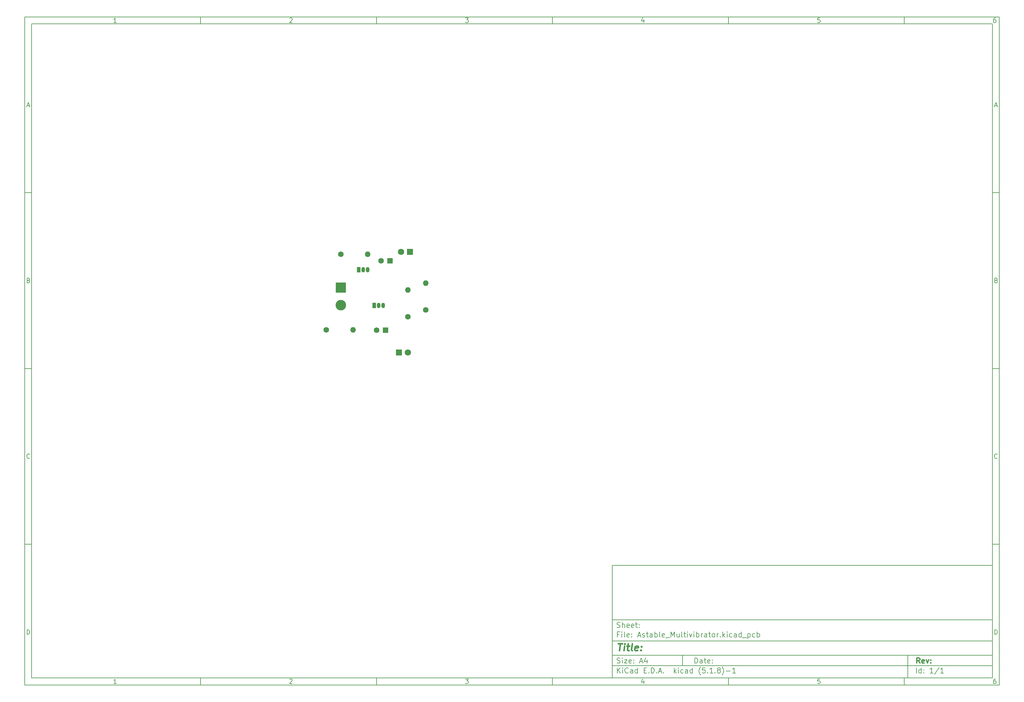
<source format=gtl>
%TF.GenerationSoftware,KiCad,Pcbnew,(5.1.8)-1*%
%TF.CreationDate,2021-07-18T16:23:34-07:00*%
%TF.ProjectId,Astable_Multivibrator,41737461-626c-4655-9f4d-756c74697669,rev?*%
%TF.SameCoordinates,Original*%
%TF.FileFunction,Copper,L1,Top*%
%TF.FilePolarity,Positive*%
%FSLAX46Y46*%
G04 Gerber Fmt 4.6, Leading zero omitted, Abs format (unit mm)*
G04 Created by KiCad (PCBNEW (5.1.8)-1) date 2021-07-18 16:23:34*
%MOMM*%
%LPD*%
G01*
G04 APERTURE LIST*
%ADD10C,0.100000*%
%ADD11C,0.150000*%
%ADD12C,0.300000*%
%ADD13C,0.400000*%
%TA.AperFunction,ComponentPad*%
%ADD14C,1.800000*%
%TD*%
%TA.AperFunction,ComponentPad*%
%ADD15R,1.800000X1.800000*%
%TD*%
%TA.AperFunction,ComponentPad*%
%ADD16R,1.600000X1.600000*%
%TD*%
%TA.AperFunction,ComponentPad*%
%ADD17C,1.600000*%
%TD*%
%TA.AperFunction,ComponentPad*%
%ADD18R,3.000000X3.000000*%
%TD*%
%TA.AperFunction,ComponentPad*%
%ADD19C,3.000000*%
%TD*%
%TA.AperFunction,ComponentPad*%
%ADD20O,1.050000X1.500000*%
%TD*%
%TA.AperFunction,ComponentPad*%
%ADD21R,1.050000X1.500000*%
%TD*%
%TA.AperFunction,ComponentPad*%
%ADD22O,1.600000X1.600000*%
%TD*%
G04 APERTURE END LIST*
D10*
D11*
X177002200Y-166007200D02*
X177002200Y-198007200D01*
X285002200Y-198007200D01*
X285002200Y-166007200D01*
X177002200Y-166007200D01*
D10*
D11*
X10000000Y-10000000D02*
X10000000Y-200007200D01*
X287002200Y-200007200D01*
X287002200Y-10000000D01*
X10000000Y-10000000D01*
D10*
D11*
X12000000Y-12000000D02*
X12000000Y-198007200D01*
X285002200Y-198007200D01*
X285002200Y-12000000D01*
X12000000Y-12000000D01*
D10*
D11*
X60000000Y-12000000D02*
X60000000Y-10000000D01*
D10*
D11*
X110000000Y-12000000D02*
X110000000Y-10000000D01*
D10*
D11*
X160000000Y-12000000D02*
X160000000Y-10000000D01*
D10*
D11*
X210000000Y-12000000D02*
X210000000Y-10000000D01*
D10*
D11*
X260000000Y-12000000D02*
X260000000Y-10000000D01*
D10*
D11*
X36065476Y-11588095D02*
X35322619Y-11588095D01*
X35694047Y-11588095D02*
X35694047Y-10288095D01*
X35570238Y-10473809D01*
X35446428Y-10597619D01*
X35322619Y-10659523D01*
D10*
D11*
X85322619Y-10411904D02*
X85384523Y-10350000D01*
X85508333Y-10288095D01*
X85817857Y-10288095D01*
X85941666Y-10350000D01*
X86003571Y-10411904D01*
X86065476Y-10535714D01*
X86065476Y-10659523D01*
X86003571Y-10845238D01*
X85260714Y-11588095D01*
X86065476Y-11588095D01*
D10*
D11*
X135260714Y-10288095D02*
X136065476Y-10288095D01*
X135632142Y-10783333D01*
X135817857Y-10783333D01*
X135941666Y-10845238D01*
X136003571Y-10907142D01*
X136065476Y-11030952D01*
X136065476Y-11340476D01*
X136003571Y-11464285D01*
X135941666Y-11526190D01*
X135817857Y-11588095D01*
X135446428Y-11588095D01*
X135322619Y-11526190D01*
X135260714Y-11464285D01*
D10*
D11*
X185941666Y-10721428D02*
X185941666Y-11588095D01*
X185632142Y-10226190D02*
X185322619Y-11154761D01*
X186127380Y-11154761D01*
D10*
D11*
X236003571Y-10288095D02*
X235384523Y-10288095D01*
X235322619Y-10907142D01*
X235384523Y-10845238D01*
X235508333Y-10783333D01*
X235817857Y-10783333D01*
X235941666Y-10845238D01*
X236003571Y-10907142D01*
X236065476Y-11030952D01*
X236065476Y-11340476D01*
X236003571Y-11464285D01*
X235941666Y-11526190D01*
X235817857Y-11588095D01*
X235508333Y-11588095D01*
X235384523Y-11526190D01*
X235322619Y-11464285D01*
D10*
D11*
X285941666Y-10288095D02*
X285694047Y-10288095D01*
X285570238Y-10350000D01*
X285508333Y-10411904D01*
X285384523Y-10597619D01*
X285322619Y-10845238D01*
X285322619Y-11340476D01*
X285384523Y-11464285D01*
X285446428Y-11526190D01*
X285570238Y-11588095D01*
X285817857Y-11588095D01*
X285941666Y-11526190D01*
X286003571Y-11464285D01*
X286065476Y-11340476D01*
X286065476Y-11030952D01*
X286003571Y-10907142D01*
X285941666Y-10845238D01*
X285817857Y-10783333D01*
X285570238Y-10783333D01*
X285446428Y-10845238D01*
X285384523Y-10907142D01*
X285322619Y-11030952D01*
D10*
D11*
X60000000Y-198007200D02*
X60000000Y-200007200D01*
D10*
D11*
X110000000Y-198007200D02*
X110000000Y-200007200D01*
D10*
D11*
X160000000Y-198007200D02*
X160000000Y-200007200D01*
D10*
D11*
X210000000Y-198007200D02*
X210000000Y-200007200D01*
D10*
D11*
X260000000Y-198007200D02*
X260000000Y-200007200D01*
D10*
D11*
X36065476Y-199595295D02*
X35322619Y-199595295D01*
X35694047Y-199595295D02*
X35694047Y-198295295D01*
X35570238Y-198481009D01*
X35446428Y-198604819D01*
X35322619Y-198666723D01*
D10*
D11*
X85322619Y-198419104D02*
X85384523Y-198357200D01*
X85508333Y-198295295D01*
X85817857Y-198295295D01*
X85941666Y-198357200D01*
X86003571Y-198419104D01*
X86065476Y-198542914D01*
X86065476Y-198666723D01*
X86003571Y-198852438D01*
X85260714Y-199595295D01*
X86065476Y-199595295D01*
D10*
D11*
X135260714Y-198295295D02*
X136065476Y-198295295D01*
X135632142Y-198790533D01*
X135817857Y-198790533D01*
X135941666Y-198852438D01*
X136003571Y-198914342D01*
X136065476Y-199038152D01*
X136065476Y-199347676D01*
X136003571Y-199471485D01*
X135941666Y-199533390D01*
X135817857Y-199595295D01*
X135446428Y-199595295D01*
X135322619Y-199533390D01*
X135260714Y-199471485D01*
D10*
D11*
X185941666Y-198728628D02*
X185941666Y-199595295D01*
X185632142Y-198233390D02*
X185322619Y-199161961D01*
X186127380Y-199161961D01*
D10*
D11*
X236003571Y-198295295D02*
X235384523Y-198295295D01*
X235322619Y-198914342D01*
X235384523Y-198852438D01*
X235508333Y-198790533D01*
X235817857Y-198790533D01*
X235941666Y-198852438D01*
X236003571Y-198914342D01*
X236065476Y-199038152D01*
X236065476Y-199347676D01*
X236003571Y-199471485D01*
X235941666Y-199533390D01*
X235817857Y-199595295D01*
X235508333Y-199595295D01*
X235384523Y-199533390D01*
X235322619Y-199471485D01*
D10*
D11*
X285941666Y-198295295D02*
X285694047Y-198295295D01*
X285570238Y-198357200D01*
X285508333Y-198419104D01*
X285384523Y-198604819D01*
X285322619Y-198852438D01*
X285322619Y-199347676D01*
X285384523Y-199471485D01*
X285446428Y-199533390D01*
X285570238Y-199595295D01*
X285817857Y-199595295D01*
X285941666Y-199533390D01*
X286003571Y-199471485D01*
X286065476Y-199347676D01*
X286065476Y-199038152D01*
X286003571Y-198914342D01*
X285941666Y-198852438D01*
X285817857Y-198790533D01*
X285570238Y-198790533D01*
X285446428Y-198852438D01*
X285384523Y-198914342D01*
X285322619Y-199038152D01*
D10*
D11*
X10000000Y-60000000D02*
X12000000Y-60000000D01*
D10*
D11*
X10000000Y-110000000D02*
X12000000Y-110000000D01*
D10*
D11*
X10000000Y-160000000D02*
X12000000Y-160000000D01*
D10*
D11*
X10690476Y-35216666D02*
X11309523Y-35216666D01*
X10566666Y-35588095D02*
X11000000Y-34288095D01*
X11433333Y-35588095D01*
D10*
D11*
X11092857Y-84907142D02*
X11278571Y-84969047D01*
X11340476Y-85030952D01*
X11402380Y-85154761D01*
X11402380Y-85340476D01*
X11340476Y-85464285D01*
X11278571Y-85526190D01*
X11154761Y-85588095D01*
X10659523Y-85588095D01*
X10659523Y-84288095D01*
X11092857Y-84288095D01*
X11216666Y-84350000D01*
X11278571Y-84411904D01*
X11340476Y-84535714D01*
X11340476Y-84659523D01*
X11278571Y-84783333D01*
X11216666Y-84845238D01*
X11092857Y-84907142D01*
X10659523Y-84907142D01*
D10*
D11*
X11402380Y-135464285D02*
X11340476Y-135526190D01*
X11154761Y-135588095D01*
X11030952Y-135588095D01*
X10845238Y-135526190D01*
X10721428Y-135402380D01*
X10659523Y-135278571D01*
X10597619Y-135030952D01*
X10597619Y-134845238D01*
X10659523Y-134597619D01*
X10721428Y-134473809D01*
X10845238Y-134350000D01*
X11030952Y-134288095D01*
X11154761Y-134288095D01*
X11340476Y-134350000D01*
X11402380Y-134411904D01*
D10*
D11*
X10659523Y-185588095D02*
X10659523Y-184288095D01*
X10969047Y-184288095D01*
X11154761Y-184350000D01*
X11278571Y-184473809D01*
X11340476Y-184597619D01*
X11402380Y-184845238D01*
X11402380Y-185030952D01*
X11340476Y-185278571D01*
X11278571Y-185402380D01*
X11154761Y-185526190D01*
X10969047Y-185588095D01*
X10659523Y-185588095D01*
D10*
D11*
X287002200Y-60000000D02*
X285002200Y-60000000D01*
D10*
D11*
X287002200Y-110000000D02*
X285002200Y-110000000D01*
D10*
D11*
X287002200Y-160000000D02*
X285002200Y-160000000D01*
D10*
D11*
X285692676Y-35216666D02*
X286311723Y-35216666D01*
X285568866Y-35588095D02*
X286002200Y-34288095D01*
X286435533Y-35588095D01*
D10*
D11*
X286095057Y-84907142D02*
X286280771Y-84969047D01*
X286342676Y-85030952D01*
X286404580Y-85154761D01*
X286404580Y-85340476D01*
X286342676Y-85464285D01*
X286280771Y-85526190D01*
X286156961Y-85588095D01*
X285661723Y-85588095D01*
X285661723Y-84288095D01*
X286095057Y-84288095D01*
X286218866Y-84350000D01*
X286280771Y-84411904D01*
X286342676Y-84535714D01*
X286342676Y-84659523D01*
X286280771Y-84783333D01*
X286218866Y-84845238D01*
X286095057Y-84907142D01*
X285661723Y-84907142D01*
D10*
D11*
X286404580Y-135464285D02*
X286342676Y-135526190D01*
X286156961Y-135588095D01*
X286033152Y-135588095D01*
X285847438Y-135526190D01*
X285723628Y-135402380D01*
X285661723Y-135278571D01*
X285599819Y-135030952D01*
X285599819Y-134845238D01*
X285661723Y-134597619D01*
X285723628Y-134473809D01*
X285847438Y-134350000D01*
X286033152Y-134288095D01*
X286156961Y-134288095D01*
X286342676Y-134350000D01*
X286404580Y-134411904D01*
D10*
D11*
X285661723Y-185588095D02*
X285661723Y-184288095D01*
X285971247Y-184288095D01*
X286156961Y-184350000D01*
X286280771Y-184473809D01*
X286342676Y-184597619D01*
X286404580Y-184845238D01*
X286404580Y-185030952D01*
X286342676Y-185278571D01*
X286280771Y-185402380D01*
X286156961Y-185526190D01*
X285971247Y-185588095D01*
X285661723Y-185588095D01*
D10*
D11*
X200434342Y-193785771D02*
X200434342Y-192285771D01*
X200791485Y-192285771D01*
X201005771Y-192357200D01*
X201148628Y-192500057D01*
X201220057Y-192642914D01*
X201291485Y-192928628D01*
X201291485Y-193142914D01*
X201220057Y-193428628D01*
X201148628Y-193571485D01*
X201005771Y-193714342D01*
X200791485Y-193785771D01*
X200434342Y-193785771D01*
X202577200Y-193785771D02*
X202577200Y-193000057D01*
X202505771Y-192857200D01*
X202362914Y-192785771D01*
X202077200Y-192785771D01*
X201934342Y-192857200D01*
X202577200Y-193714342D02*
X202434342Y-193785771D01*
X202077200Y-193785771D01*
X201934342Y-193714342D01*
X201862914Y-193571485D01*
X201862914Y-193428628D01*
X201934342Y-193285771D01*
X202077200Y-193214342D01*
X202434342Y-193214342D01*
X202577200Y-193142914D01*
X203077200Y-192785771D02*
X203648628Y-192785771D01*
X203291485Y-192285771D02*
X203291485Y-193571485D01*
X203362914Y-193714342D01*
X203505771Y-193785771D01*
X203648628Y-193785771D01*
X204720057Y-193714342D02*
X204577200Y-193785771D01*
X204291485Y-193785771D01*
X204148628Y-193714342D01*
X204077200Y-193571485D01*
X204077200Y-193000057D01*
X204148628Y-192857200D01*
X204291485Y-192785771D01*
X204577200Y-192785771D01*
X204720057Y-192857200D01*
X204791485Y-193000057D01*
X204791485Y-193142914D01*
X204077200Y-193285771D01*
X205434342Y-193642914D02*
X205505771Y-193714342D01*
X205434342Y-193785771D01*
X205362914Y-193714342D01*
X205434342Y-193642914D01*
X205434342Y-193785771D01*
X205434342Y-192857200D02*
X205505771Y-192928628D01*
X205434342Y-193000057D01*
X205362914Y-192928628D01*
X205434342Y-192857200D01*
X205434342Y-193000057D01*
D10*
D11*
X177002200Y-194507200D02*
X285002200Y-194507200D01*
D10*
D11*
X178434342Y-196585771D02*
X178434342Y-195085771D01*
X179291485Y-196585771D02*
X178648628Y-195728628D01*
X179291485Y-195085771D02*
X178434342Y-195942914D01*
X179934342Y-196585771D02*
X179934342Y-195585771D01*
X179934342Y-195085771D02*
X179862914Y-195157200D01*
X179934342Y-195228628D01*
X180005771Y-195157200D01*
X179934342Y-195085771D01*
X179934342Y-195228628D01*
X181505771Y-196442914D02*
X181434342Y-196514342D01*
X181220057Y-196585771D01*
X181077200Y-196585771D01*
X180862914Y-196514342D01*
X180720057Y-196371485D01*
X180648628Y-196228628D01*
X180577200Y-195942914D01*
X180577200Y-195728628D01*
X180648628Y-195442914D01*
X180720057Y-195300057D01*
X180862914Y-195157200D01*
X181077200Y-195085771D01*
X181220057Y-195085771D01*
X181434342Y-195157200D01*
X181505771Y-195228628D01*
X182791485Y-196585771D02*
X182791485Y-195800057D01*
X182720057Y-195657200D01*
X182577200Y-195585771D01*
X182291485Y-195585771D01*
X182148628Y-195657200D01*
X182791485Y-196514342D02*
X182648628Y-196585771D01*
X182291485Y-196585771D01*
X182148628Y-196514342D01*
X182077200Y-196371485D01*
X182077200Y-196228628D01*
X182148628Y-196085771D01*
X182291485Y-196014342D01*
X182648628Y-196014342D01*
X182791485Y-195942914D01*
X184148628Y-196585771D02*
X184148628Y-195085771D01*
X184148628Y-196514342D02*
X184005771Y-196585771D01*
X183720057Y-196585771D01*
X183577200Y-196514342D01*
X183505771Y-196442914D01*
X183434342Y-196300057D01*
X183434342Y-195871485D01*
X183505771Y-195728628D01*
X183577200Y-195657200D01*
X183720057Y-195585771D01*
X184005771Y-195585771D01*
X184148628Y-195657200D01*
X186005771Y-195800057D02*
X186505771Y-195800057D01*
X186720057Y-196585771D02*
X186005771Y-196585771D01*
X186005771Y-195085771D01*
X186720057Y-195085771D01*
X187362914Y-196442914D02*
X187434342Y-196514342D01*
X187362914Y-196585771D01*
X187291485Y-196514342D01*
X187362914Y-196442914D01*
X187362914Y-196585771D01*
X188077200Y-196585771D02*
X188077200Y-195085771D01*
X188434342Y-195085771D01*
X188648628Y-195157200D01*
X188791485Y-195300057D01*
X188862914Y-195442914D01*
X188934342Y-195728628D01*
X188934342Y-195942914D01*
X188862914Y-196228628D01*
X188791485Y-196371485D01*
X188648628Y-196514342D01*
X188434342Y-196585771D01*
X188077200Y-196585771D01*
X189577200Y-196442914D02*
X189648628Y-196514342D01*
X189577200Y-196585771D01*
X189505771Y-196514342D01*
X189577200Y-196442914D01*
X189577200Y-196585771D01*
X190220057Y-196157200D02*
X190934342Y-196157200D01*
X190077200Y-196585771D02*
X190577200Y-195085771D01*
X191077200Y-196585771D01*
X191577200Y-196442914D02*
X191648628Y-196514342D01*
X191577200Y-196585771D01*
X191505771Y-196514342D01*
X191577200Y-196442914D01*
X191577200Y-196585771D01*
X194577200Y-196585771D02*
X194577200Y-195085771D01*
X194720057Y-196014342D02*
X195148628Y-196585771D01*
X195148628Y-195585771D02*
X194577200Y-196157200D01*
X195791485Y-196585771D02*
X195791485Y-195585771D01*
X195791485Y-195085771D02*
X195720057Y-195157200D01*
X195791485Y-195228628D01*
X195862914Y-195157200D01*
X195791485Y-195085771D01*
X195791485Y-195228628D01*
X197148628Y-196514342D02*
X197005771Y-196585771D01*
X196720057Y-196585771D01*
X196577200Y-196514342D01*
X196505771Y-196442914D01*
X196434342Y-196300057D01*
X196434342Y-195871485D01*
X196505771Y-195728628D01*
X196577200Y-195657200D01*
X196720057Y-195585771D01*
X197005771Y-195585771D01*
X197148628Y-195657200D01*
X198434342Y-196585771D02*
X198434342Y-195800057D01*
X198362914Y-195657200D01*
X198220057Y-195585771D01*
X197934342Y-195585771D01*
X197791485Y-195657200D01*
X198434342Y-196514342D02*
X198291485Y-196585771D01*
X197934342Y-196585771D01*
X197791485Y-196514342D01*
X197720057Y-196371485D01*
X197720057Y-196228628D01*
X197791485Y-196085771D01*
X197934342Y-196014342D01*
X198291485Y-196014342D01*
X198434342Y-195942914D01*
X199791485Y-196585771D02*
X199791485Y-195085771D01*
X199791485Y-196514342D02*
X199648628Y-196585771D01*
X199362914Y-196585771D01*
X199220057Y-196514342D01*
X199148628Y-196442914D01*
X199077200Y-196300057D01*
X199077200Y-195871485D01*
X199148628Y-195728628D01*
X199220057Y-195657200D01*
X199362914Y-195585771D01*
X199648628Y-195585771D01*
X199791485Y-195657200D01*
X202077200Y-197157200D02*
X202005771Y-197085771D01*
X201862914Y-196871485D01*
X201791485Y-196728628D01*
X201720057Y-196514342D01*
X201648628Y-196157200D01*
X201648628Y-195871485D01*
X201720057Y-195514342D01*
X201791485Y-195300057D01*
X201862914Y-195157200D01*
X202005771Y-194942914D01*
X202077200Y-194871485D01*
X203362914Y-195085771D02*
X202648628Y-195085771D01*
X202577200Y-195800057D01*
X202648628Y-195728628D01*
X202791485Y-195657200D01*
X203148628Y-195657200D01*
X203291485Y-195728628D01*
X203362914Y-195800057D01*
X203434342Y-195942914D01*
X203434342Y-196300057D01*
X203362914Y-196442914D01*
X203291485Y-196514342D01*
X203148628Y-196585771D01*
X202791485Y-196585771D01*
X202648628Y-196514342D01*
X202577200Y-196442914D01*
X204077200Y-196442914D02*
X204148628Y-196514342D01*
X204077200Y-196585771D01*
X204005771Y-196514342D01*
X204077200Y-196442914D01*
X204077200Y-196585771D01*
X205577200Y-196585771D02*
X204720057Y-196585771D01*
X205148628Y-196585771D02*
X205148628Y-195085771D01*
X205005771Y-195300057D01*
X204862914Y-195442914D01*
X204720057Y-195514342D01*
X206220057Y-196442914D02*
X206291485Y-196514342D01*
X206220057Y-196585771D01*
X206148628Y-196514342D01*
X206220057Y-196442914D01*
X206220057Y-196585771D01*
X207148628Y-195728628D02*
X207005771Y-195657200D01*
X206934342Y-195585771D01*
X206862914Y-195442914D01*
X206862914Y-195371485D01*
X206934342Y-195228628D01*
X207005771Y-195157200D01*
X207148628Y-195085771D01*
X207434342Y-195085771D01*
X207577200Y-195157200D01*
X207648628Y-195228628D01*
X207720057Y-195371485D01*
X207720057Y-195442914D01*
X207648628Y-195585771D01*
X207577200Y-195657200D01*
X207434342Y-195728628D01*
X207148628Y-195728628D01*
X207005771Y-195800057D01*
X206934342Y-195871485D01*
X206862914Y-196014342D01*
X206862914Y-196300057D01*
X206934342Y-196442914D01*
X207005771Y-196514342D01*
X207148628Y-196585771D01*
X207434342Y-196585771D01*
X207577200Y-196514342D01*
X207648628Y-196442914D01*
X207720057Y-196300057D01*
X207720057Y-196014342D01*
X207648628Y-195871485D01*
X207577200Y-195800057D01*
X207434342Y-195728628D01*
X208220057Y-197157200D02*
X208291485Y-197085771D01*
X208434342Y-196871485D01*
X208505771Y-196728628D01*
X208577200Y-196514342D01*
X208648628Y-196157200D01*
X208648628Y-195871485D01*
X208577200Y-195514342D01*
X208505771Y-195300057D01*
X208434342Y-195157200D01*
X208291485Y-194942914D01*
X208220057Y-194871485D01*
X209362914Y-196014342D02*
X210505771Y-196014342D01*
X212005771Y-196585771D02*
X211148628Y-196585771D01*
X211577200Y-196585771D02*
X211577200Y-195085771D01*
X211434342Y-195300057D01*
X211291485Y-195442914D01*
X211148628Y-195514342D01*
D10*
D11*
X177002200Y-191507200D02*
X285002200Y-191507200D01*
D10*
D12*
X264411485Y-193785771D02*
X263911485Y-193071485D01*
X263554342Y-193785771D02*
X263554342Y-192285771D01*
X264125771Y-192285771D01*
X264268628Y-192357200D01*
X264340057Y-192428628D01*
X264411485Y-192571485D01*
X264411485Y-192785771D01*
X264340057Y-192928628D01*
X264268628Y-193000057D01*
X264125771Y-193071485D01*
X263554342Y-193071485D01*
X265625771Y-193714342D02*
X265482914Y-193785771D01*
X265197200Y-193785771D01*
X265054342Y-193714342D01*
X264982914Y-193571485D01*
X264982914Y-193000057D01*
X265054342Y-192857200D01*
X265197200Y-192785771D01*
X265482914Y-192785771D01*
X265625771Y-192857200D01*
X265697200Y-193000057D01*
X265697200Y-193142914D01*
X264982914Y-193285771D01*
X266197200Y-192785771D02*
X266554342Y-193785771D01*
X266911485Y-192785771D01*
X267482914Y-193642914D02*
X267554342Y-193714342D01*
X267482914Y-193785771D01*
X267411485Y-193714342D01*
X267482914Y-193642914D01*
X267482914Y-193785771D01*
X267482914Y-192857200D02*
X267554342Y-192928628D01*
X267482914Y-193000057D01*
X267411485Y-192928628D01*
X267482914Y-192857200D01*
X267482914Y-193000057D01*
D10*
D11*
X178362914Y-193714342D02*
X178577200Y-193785771D01*
X178934342Y-193785771D01*
X179077200Y-193714342D01*
X179148628Y-193642914D01*
X179220057Y-193500057D01*
X179220057Y-193357200D01*
X179148628Y-193214342D01*
X179077200Y-193142914D01*
X178934342Y-193071485D01*
X178648628Y-193000057D01*
X178505771Y-192928628D01*
X178434342Y-192857200D01*
X178362914Y-192714342D01*
X178362914Y-192571485D01*
X178434342Y-192428628D01*
X178505771Y-192357200D01*
X178648628Y-192285771D01*
X179005771Y-192285771D01*
X179220057Y-192357200D01*
X179862914Y-193785771D02*
X179862914Y-192785771D01*
X179862914Y-192285771D02*
X179791485Y-192357200D01*
X179862914Y-192428628D01*
X179934342Y-192357200D01*
X179862914Y-192285771D01*
X179862914Y-192428628D01*
X180434342Y-192785771D02*
X181220057Y-192785771D01*
X180434342Y-193785771D01*
X181220057Y-193785771D01*
X182362914Y-193714342D02*
X182220057Y-193785771D01*
X181934342Y-193785771D01*
X181791485Y-193714342D01*
X181720057Y-193571485D01*
X181720057Y-193000057D01*
X181791485Y-192857200D01*
X181934342Y-192785771D01*
X182220057Y-192785771D01*
X182362914Y-192857200D01*
X182434342Y-193000057D01*
X182434342Y-193142914D01*
X181720057Y-193285771D01*
X183077200Y-193642914D02*
X183148628Y-193714342D01*
X183077200Y-193785771D01*
X183005771Y-193714342D01*
X183077200Y-193642914D01*
X183077200Y-193785771D01*
X183077200Y-192857200D02*
X183148628Y-192928628D01*
X183077200Y-193000057D01*
X183005771Y-192928628D01*
X183077200Y-192857200D01*
X183077200Y-193000057D01*
X184862914Y-193357200D02*
X185577200Y-193357200D01*
X184720057Y-193785771D02*
X185220057Y-192285771D01*
X185720057Y-193785771D01*
X186862914Y-192785771D02*
X186862914Y-193785771D01*
X186505771Y-192214342D02*
X186148628Y-193285771D01*
X187077200Y-193285771D01*
D10*
D11*
X263434342Y-196585771D02*
X263434342Y-195085771D01*
X264791485Y-196585771D02*
X264791485Y-195085771D01*
X264791485Y-196514342D02*
X264648628Y-196585771D01*
X264362914Y-196585771D01*
X264220057Y-196514342D01*
X264148628Y-196442914D01*
X264077200Y-196300057D01*
X264077200Y-195871485D01*
X264148628Y-195728628D01*
X264220057Y-195657200D01*
X264362914Y-195585771D01*
X264648628Y-195585771D01*
X264791485Y-195657200D01*
X265505771Y-196442914D02*
X265577200Y-196514342D01*
X265505771Y-196585771D01*
X265434342Y-196514342D01*
X265505771Y-196442914D01*
X265505771Y-196585771D01*
X265505771Y-195657200D02*
X265577200Y-195728628D01*
X265505771Y-195800057D01*
X265434342Y-195728628D01*
X265505771Y-195657200D01*
X265505771Y-195800057D01*
X268148628Y-196585771D02*
X267291485Y-196585771D01*
X267720057Y-196585771D02*
X267720057Y-195085771D01*
X267577200Y-195300057D01*
X267434342Y-195442914D01*
X267291485Y-195514342D01*
X269862914Y-195014342D02*
X268577200Y-196942914D01*
X271148628Y-196585771D02*
X270291485Y-196585771D01*
X270720057Y-196585771D02*
X270720057Y-195085771D01*
X270577200Y-195300057D01*
X270434342Y-195442914D01*
X270291485Y-195514342D01*
D10*
D11*
X177002200Y-187507200D02*
X285002200Y-187507200D01*
D10*
D13*
X178714580Y-188211961D02*
X179857438Y-188211961D01*
X179036009Y-190211961D02*
X179286009Y-188211961D01*
X180274104Y-190211961D02*
X180440771Y-188878628D01*
X180524104Y-188211961D02*
X180416961Y-188307200D01*
X180500295Y-188402438D01*
X180607438Y-188307200D01*
X180524104Y-188211961D01*
X180500295Y-188402438D01*
X181107438Y-188878628D02*
X181869342Y-188878628D01*
X181476485Y-188211961D02*
X181262200Y-189926247D01*
X181333628Y-190116723D01*
X181512200Y-190211961D01*
X181702676Y-190211961D01*
X182655057Y-190211961D02*
X182476485Y-190116723D01*
X182405057Y-189926247D01*
X182619342Y-188211961D01*
X184190771Y-190116723D02*
X183988390Y-190211961D01*
X183607438Y-190211961D01*
X183428866Y-190116723D01*
X183357438Y-189926247D01*
X183452676Y-189164342D01*
X183571723Y-188973866D01*
X183774104Y-188878628D01*
X184155057Y-188878628D01*
X184333628Y-188973866D01*
X184405057Y-189164342D01*
X184381247Y-189354819D01*
X183405057Y-189545295D01*
X185155057Y-190021485D02*
X185238390Y-190116723D01*
X185131247Y-190211961D01*
X185047914Y-190116723D01*
X185155057Y-190021485D01*
X185131247Y-190211961D01*
X185286009Y-188973866D02*
X185369342Y-189069104D01*
X185262200Y-189164342D01*
X185178866Y-189069104D01*
X185286009Y-188973866D01*
X185262200Y-189164342D01*
D10*
D11*
X178934342Y-185600057D02*
X178434342Y-185600057D01*
X178434342Y-186385771D02*
X178434342Y-184885771D01*
X179148628Y-184885771D01*
X179720057Y-186385771D02*
X179720057Y-185385771D01*
X179720057Y-184885771D02*
X179648628Y-184957200D01*
X179720057Y-185028628D01*
X179791485Y-184957200D01*
X179720057Y-184885771D01*
X179720057Y-185028628D01*
X180648628Y-186385771D02*
X180505771Y-186314342D01*
X180434342Y-186171485D01*
X180434342Y-184885771D01*
X181791485Y-186314342D02*
X181648628Y-186385771D01*
X181362914Y-186385771D01*
X181220057Y-186314342D01*
X181148628Y-186171485D01*
X181148628Y-185600057D01*
X181220057Y-185457200D01*
X181362914Y-185385771D01*
X181648628Y-185385771D01*
X181791485Y-185457200D01*
X181862914Y-185600057D01*
X181862914Y-185742914D01*
X181148628Y-185885771D01*
X182505771Y-186242914D02*
X182577200Y-186314342D01*
X182505771Y-186385771D01*
X182434342Y-186314342D01*
X182505771Y-186242914D01*
X182505771Y-186385771D01*
X182505771Y-185457200D02*
X182577200Y-185528628D01*
X182505771Y-185600057D01*
X182434342Y-185528628D01*
X182505771Y-185457200D01*
X182505771Y-185600057D01*
X184291485Y-185957200D02*
X185005771Y-185957200D01*
X184148628Y-186385771D02*
X184648628Y-184885771D01*
X185148628Y-186385771D01*
X185577200Y-186314342D02*
X185720057Y-186385771D01*
X186005771Y-186385771D01*
X186148628Y-186314342D01*
X186220057Y-186171485D01*
X186220057Y-186100057D01*
X186148628Y-185957200D01*
X186005771Y-185885771D01*
X185791485Y-185885771D01*
X185648628Y-185814342D01*
X185577200Y-185671485D01*
X185577200Y-185600057D01*
X185648628Y-185457200D01*
X185791485Y-185385771D01*
X186005771Y-185385771D01*
X186148628Y-185457200D01*
X186648628Y-185385771D02*
X187220057Y-185385771D01*
X186862914Y-184885771D02*
X186862914Y-186171485D01*
X186934342Y-186314342D01*
X187077200Y-186385771D01*
X187220057Y-186385771D01*
X188362914Y-186385771D02*
X188362914Y-185600057D01*
X188291485Y-185457200D01*
X188148628Y-185385771D01*
X187862914Y-185385771D01*
X187720057Y-185457200D01*
X188362914Y-186314342D02*
X188220057Y-186385771D01*
X187862914Y-186385771D01*
X187720057Y-186314342D01*
X187648628Y-186171485D01*
X187648628Y-186028628D01*
X187720057Y-185885771D01*
X187862914Y-185814342D01*
X188220057Y-185814342D01*
X188362914Y-185742914D01*
X189077200Y-186385771D02*
X189077200Y-184885771D01*
X189077200Y-185457200D02*
X189220057Y-185385771D01*
X189505771Y-185385771D01*
X189648628Y-185457200D01*
X189720057Y-185528628D01*
X189791485Y-185671485D01*
X189791485Y-186100057D01*
X189720057Y-186242914D01*
X189648628Y-186314342D01*
X189505771Y-186385771D01*
X189220057Y-186385771D01*
X189077200Y-186314342D01*
X190648628Y-186385771D02*
X190505771Y-186314342D01*
X190434342Y-186171485D01*
X190434342Y-184885771D01*
X191791485Y-186314342D02*
X191648628Y-186385771D01*
X191362914Y-186385771D01*
X191220057Y-186314342D01*
X191148628Y-186171485D01*
X191148628Y-185600057D01*
X191220057Y-185457200D01*
X191362914Y-185385771D01*
X191648628Y-185385771D01*
X191791485Y-185457200D01*
X191862914Y-185600057D01*
X191862914Y-185742914D01*
X191148628Y-185885771D01*
X192148628Y-186528628D02*
X193291485Y-186528628D01*
X193648628Y-186385771D02*
X193648628Y-184885771D01*
X194148628Y-185957200D01*
X194648628Y-184885771D01*
X194648628Y-186385771D01*
X196005771Y-185385771D02*
X196005771Y-186385771D01*
X195362914Y-185385771D02*
X195362914Y-186171485D01*
X195434342Y-186314342D01*
X195577200Y-186385771D01*
X195791485Y-186385771D01*
X195934342Y-186314342D01*
X196005771Y-186242914D01*
X196934342Y-186385771D02*
X196791485Y-186314342D01*
X196720057Y-186171485D01*
X196720057Y-184885771D01*
X197291485Y-185385771D02*
X197862914Y-185385771D01*
X197505771Y-184885771D02*
X197505771Y-186171485D01*
X197577200Y-186314342D01*
X197720057Y-186385771D01*
X197862914Y-186385771D01*
X198362914Y-186385771D02*
X198362914Y-185385771D01*
X198362914Y-184885771D02*
X198291485Y-184957200D01*
X198362914Y-185028628D01*
X198434342Y-184957200D01*
X198362914Y-184885771D01*
X198362914Y-185028628D01*
X198934342Y-185385771D02*
X199291485Y-186385771D01*
X199648628Y-185385771D01*
X200220057Y-186385771D02*
X200220057Y-185385771D01*
X200220057Y-184885771D02*
X200148628Y-184957200D01*
X200220057Y-185028628D01*
X200291485Y-184957200D01*
X200220057Y-184885771D01*
X200220057Y-185028628D01*
X200934342Y-186385771D02*
X200934342Y-184885771D01*
X200934342Y-185457200D02*
X201077200Y-185385771D01*
X201362914Y-185385771D01*
X201505771Y-185457200D01*
X201577200Y-185528628D01*
X201648628Y-185671485D01*
X201648628Y-186100057D01*
X201577200Y-186242914D01*
X201505771Y-186314342D01*
X201362914Y-186385771D01*
X201077200Y-186385771D01*
X200934342Y-186314342D01*
X202291485Y-186385771D02*
X202291485Y-185385771D01*
X202291485Y-185671485D02*
X202362914Y-185528628D01*
X202434342Y-185457200D01*
X202577200Y-185385771D01*
X202720057Y-185385771D01*
X203862914Y-186385771D02*
X203862914Y-185600057D01*
X203791485Y-185457200D01*
X203648628Y-185385771D01*
X203362914Y-185385771D01*
X203220057Y-185457200D01*
X203862914Y-186314342D02*
X203720057Y-186385771D01*
X203362914Y-186385771D01*
X203220057Y-186314342D01*
X203148628Y-186171485D01*
X203148628Y-186028628D01*
X203220057Y-185885771D01*
X203362914Y-185814342D01*
X203720057Y-185814342D01*
X203862914Y-185742914D01*
X204362914Y-185385771D02*
X204934342Y-185385771D01*
X204577200Y-184885771D02*
X204577200Y-186171485D01*
X204648628Y-186314342D01*
X204791485Y-186385771D01*
X204934342Y-186385771D01*
X205648628Y-186385771D02*
X205505771Y-186314342D01*
X205434342Y-186242914D01*
X205362914Y-186100057D01*
X205362914Y-185671485D01*
X205434342Y-185528628D01*
X205505771Y-185457200D01*
X205648628Y-185385771D01*
X205862914Y-185385771D01*
X206005771Y-185457200D01*
X206077200Y-185528628D01*
X206148628Y-185671485D01*
X206148628Y-186100057D01*
X206077200Y-186242914D01*
X206005771Y-186314342D01*
X205862914Y-186385771D01*
X205648628Y-186385771D01*
X206791485Y-186385771D02*
X206791485Y-185385771D01*
X206791485Y-185671485D02*
X206862914Y-185528628D01*
X206934342Y-185457200D01*
X207077200Y-185385771D01*
X207220057Y-185385771D01*
X207720057Y-186242914D02*
X207791485Y-186314342D01*
X207720057Y-186385771D01*
X207648628Y-186314342D01*
X207720057Y-186242914D01*
X207720057Y-186385771D01*
X208434342Y-186385771D02*
X208434342Y-184885771D01*
X208577200Y-185814342D02*
X209005771Y-186385771D01*
X209005771Y-185385771D02*
X208434342Y-185957200D01*
X209648628Y-186385771D02*
X209648628Y-185385771D01*
X209648628Y-184885771D02*
X209577200Y-184957200D01*
X209648628Y-185028628D01*
X209720057Y-184957200D01*
X209648628Y-184885771D01*
X209648628Y-185028628D01*
X211005771Y-186314342D02*
X210862914Y-186385771D01*
X210577200Y-186385771D01*
X210434342Y-186314342D01*
X210362914Y-186242914D01*
X210291485Y-186100057D01*
X210291485Y-185671485D01*
X210362914Y-185528628D01*
X210434342Y-185457200D01*
X210577200Y-185385771D01*
X210862914Y-185385771D01*
X211005771Y-185457200D01*
X212291485Y-186385771D02*
X212291485Y-185600057D01*
X212220057Y-185457200D01*
X212077200Y-185385771D01*
X211791485Y-185385771D01*
X211648628Y-185457200D01*
X212291485Y-186314342D02*
X212148628Y-186385771D01*
X211791485Y-186385771D01*
X211648628Y-186314342D01*
X211577200Y-186171485D01*
X211577200Y-186028628D01*
X211648628Y-185885771D01*
X211791485Y-185814342D01*
X212148628Y-185814342D01*
X212291485Y-185742914D01*
X213648628Y-186385771D02*
X213648628Y-184885771D01*
X213648628Y-186314342D02*
X213505771Y-186385771D01*
X213220057Y-186385771D01*
X213077200Y-186314342D01*
X213005771Y-186242914D01*
X212934342Y-186100057D01*
X212934342Y-185671485D01*
X213005771Y-185528628D01*
X213077200Y-185457200D01*
X213220057Y-185385771D01*
X213505771Y-185385771D01*
X213648628Y-185457200D01*
X214005771Y-186528628D02*
X215148628Y-186528628D01*
X215505771Y-185385771D02*
X215505771Y-186885771D01*
X215505771Y-185457200D02*
X215648628Y-185385771D01*
X215934342Y-185385771D01*
X216077200Y-185457200D01*
X216148628Y-185528628D01*
X216220057Y-185671485D01*
X216220057Y-186100057D01*
X216148628Y-186242914D01*
X216077200Y-186314342D01*
X215934342Y-186385771D01*
X215648628Y-186385771D01*
X215505771Y-186314342D01*
X217505771Y-186314342D02*
X217362914Y-186385771D01*
X217077200Y-186385771D01*
X216934342Y-186314342D01*
X216862914Y-186242914D01*
X216791485Y-186100057D01*
X216791485Y-185671485D01*
X216862914Y-185528628D01*
X216934342Y-185457200D01*
X217077200Y-185385771D01*
X217362914Y-185385771D01*
X217505771Y-185457200D01*
X218148628Y-186385771D02*
X218148628Y-184885771D01*
X218148628Y-185457200D02*
X218291485Y-185385771D01*
X218577200Y-185385771D01*
X218720057Y-185457200D01*
X218791485Y-185528628D01*
X218862914Y-185671485D01*
X218862914Y-186100057D01*
X218791485Y-186242914D01*
X218720057Y-186314342D01*
X218577200Y-186385771D01*
X218291485Y-186385771D01*
X218148628Y-186314342D01*
D10*
D11*
X177002200Y-181507200D02*
X285002200Y-181507200D01*
D10*
D11*
X178362914Y-183614342D02*
X178577200Y-183685771D01*
X178934342Y-183685771D01*
X179077200Y-183614342D01*
X179148628Y-183542914D01*
X179220057Y-183400057D01*
X179220057Y-183257200D01*
X179148628Y-183114342D01*
X179077200Y-183042914D01*
X178934342Y-182971485D01*
X178648628Y-182900057D01*
X178505771Y-182828628D01*
X178434342Y-182757200D01*
X178362914Y-182614342D01*
X178362914Y-182471485D01*
X178434342Y-182328628D01*
X178505771Y-182257200D01*
X178648628Y-182185771D01*
X179005771Y-182185771D01*
X179220057Y-182257200D01*
X179862914Y-183685771D02*
X179862914Y-182185771D01*
X180505771Y-183685771D02*
X180505771Y-182900057D01*
X180434342Y-182757200D01*
X180291485Y-182685771D01*
X180077200Y-182685771D01*
X179934342Y-182757200D01*
X179862914Y-182828628D01*
X181791485Y-183614342D02*
X181648628Y-183685771D01*
X181362914Y-183685771D01*
X181220057Y-183614342D01*
X181148628Y-183471485D01*
X181148628Y-182900057D01*
X181220057Y-182757200D01*
X181362914Y-182685771D01*
X181648628Y-182685771D01*
X181791485Y-182757200D01*
X181862914Y-182900057D01*
X181862914Y-183042914D01*
X181148628Y-183185771D01*
X183077200Y-183614342D02*
X182934342Y-183685771D01*
X182648628Y-183685771D01*
X182505771Y-183614342D01*
X182434342Y-183471485D01*
X182434342Y-182900057D01*
X182505771Y-182757200D01*
X182648628Y-182685771D01*
X182934342Y-182685771D01*
X183077200Y-182757200D01*
X183148628Y-182900057D01*
X183148628Y-183042914D01*
X182434342Y-183185771D01*
X183577200Y-182685771D02*
X184148628Y-182685771D01*
X183791485Y-182185771D02*
X183791485Y-183471485D01*
X183862914Y-183614342D01*
X184005771Y-183685771D01*
X184148628Y-183685771D01*
X184648628Y-183542914D02*
X184720057Y-183614342D01*
X184648628Y-183685771D01*
X184577200Y-183614342D01*
X184648628Y-183542914D01*
X184648628Y-183685771D01*
X184648628Y-182757200D02*
X184720057Y-182828628D01*
X184648628Y-182900057D01*
X184577200Y-182828628D01*
X184648628Y-182757200D01*
X184648628Y-182900057D01*
D10*
D11*
X197002200Y-191507200D02*
X197002200Y-194507200D01*
D10*
D11*
X261002200Y-191507200D02*
X261002200Y-198007200D01*
D14*
%TO.P,D2,2*%
%TO.N,Net-(D1-Pad2)*%
X116995000Y-76835000D03*
D15*
%TO.P,D2,1*%
%TO.N,Net-(D2-Pad1)*%
X119535000Y-76835000D03*
%TD*%
D14*
%TO.P,D1,2*%
%TO.N,Net-(D1-Pad2)*%
X118900000Y-105410000D03*
D15*
%TO.P,D1,1*%
%TO.N,Net-(D1-Pad1)*%
X116360000Y-105410000D03*
%TD*%
D16*
%TO.P,C1,1*%
%TO.N,Net-(C1-Pad1)*%
X112550000Y-99060000D03*
D17*
%TO.P,C1,2*%
%TO.N,Net-(C1-Pad2)*%
X110050000Y-99060000D03*
%TD*%
%TO.P,C2,2*%
%TO.N,Net-(C2-Pad2)*%
X111320000Y-79375000D03*
D16*
%TO.P,C2,1*%
%TO.N,Net-(C2-Pad1)*%
X113820000Y-79375000D03*
%TD*%
D18*
%TO.P,J1,1*%
%TO.N,GND*%
X99850000Y-86995000D03*
D19*
%TO.P,J1,2*%
%TO.N,Net-(D1-Pad2)*%
X99850000Y-91995000D03*
%TD*%
D20*
%TO.P,Q1,2*%
%TO.N,Net-(C2-Pad2)*%
X110645000Y-92075000D03*
%TO.P,Q1,3*%
%TO.N,Net-(C1-Pad2)*%
X111915000Y-92075000D03*
D21*
%TO.P,Q1,1*%
%TO.N,GND*%
X109375000Y-92075000D03*
%TD*%
%TO.P,Q2,1*%
%TO.N,GND*%
X104930000Y-81915000D03*
D20*
%TO.P,Q2,3*%
%TO.N,Net-(C2-Pad1)*%
X107470000Y-81915000D03*
%TO.P,Q2,2*%
%TO.N,Net-(C1-Pad1)*%
X106200000Y-81915000D03*
%TD*%
D17*
%TO.P,R1,1*%
%TO.N,Net-(D1-Pad1)*%
X95690001Y-99040001D03*
D22*
%TO.P,R1,2*%
%TO.N,Net-(C1-Pad2)*%
X103310001Y-99040001D03*
%TD*%
%TO.P,R2,2*%
%TO.N,Net-(C1-Pad1)*%
X118900000Y-87630000D03*
D17*
%TO.P,R2,1*%
%TO.N,Net-(D1-Pad2)*%
X118900000Y-95250000D03*
%TD*%
%TO.P,R3,1*%
%TO.N,Net-(D1-Pad2)*%
X99850000Y-77470000D03*
D22*
%TO.P,R3,2*%
%TO.N,Net-(C2-Pad2)*%
X107470000Y-77470000D03*
%TD*%
%TO.P,R4,2*%
%TO.N,Net-(C2-Pad1)*%
X123980000Y-85725000D03*
D17*
%TO.P,R4,1*%
%TO.N,Net-(D2-Pad1)*%
X123980000Y-93345000D03*
%TD*%
M02*

</source>
